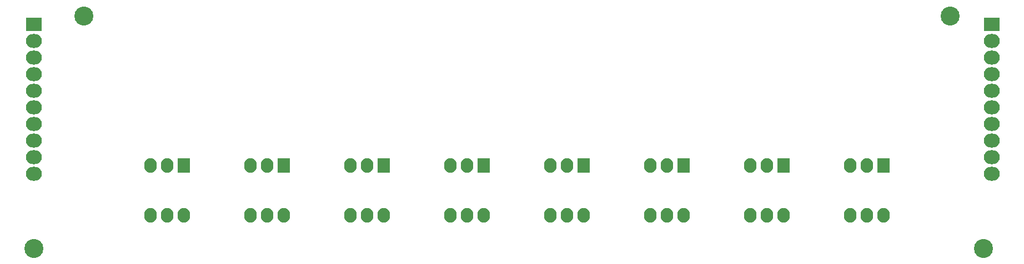
<source format=gbs>
G04 #@! TF.FileFunction,Soldermask,Bot*
%FSLAX46Y46*%
G04 Gerber Fmt 4.6, Leading zero omitted, Abs format (unit mm)*
G04 Created by KiCad (PCBNEW 4.0.0-stable) date 3/18/2016 10:57:14 AM*
%MOMM*%
G01*
G04 APERTURE LIST*
%ADD10C,0.100000*%
%ADD11C,2.900000*%
%ADD12R,1.924000X2.224000*%
%ADD13O,1.924000X2.224000*%
%ADD14R,2.432000X2.127200*%
%ADD15O,2.432000X2.127200*%
G04 APERTURE END LIST*
D10*
D11*
X66040000Y-104140000D03*
X210820000Y-104140000D03*
X205740000Y-68580000D03*
X73660000Y-68580000D03*
D12*
X88900000Y-91440000D03*
D13*
X88900000Y-99060000D03*
X86360000Y-91440000D03*
X86360000Y-99060000D03*
X83820000Y-91440000D03*
X83820000Y-99060000D03*
D12*
X104140000Y-91440000D03*
D13*
X104140000Y-99060000D03*
X101600000Y-91440000D03*
X101600000Y-99060000D03*
X99060000Y-91440000D03*
X99060000Y-99060000D03*
D12*
X134620000Y-91440000D03*
D13*
X134620000Y-99060000D03*
X132080000Y-91440000D03*
X132080000Y-99060000D03*
X129540000Y-91440000D03*
X129540000Y-99060000D03*
D12*
X119380000Y-91440000D03*
D13*
X119380000Y-99060000D03*
X116840000Y-91440000D03*
X116840000Y-99060000D03*
X114300000Y-91440000D03*
X114300000Y-99060000D03*
D12*
X149860000Y-91440000D03*
D13*
X149860000Y-99060000D03*
X147320000Y-91440000D03*
X147320000Y-99060000D03*
X144780000Y-91440000D03*
X144780000Y-99060000D03*
D12*
X165100000Y-91440000D03*
D13*
X165100000Y-99060000D03*
X162560000Y-91440000D03*
X162560000Y-99060000D03*
X160020000Y-91440000D03*
X160020000Y-99060000D03*
D12*
X195580000Y-91440000D03*
D13*
X195580000Y-99060000D03*
X193040000Y-91440000D03*
X193040000Y-99060000D03*
X190500000Y-91440000D03*
X190500000Y-99060000D03*
D12*
X180340000Y-91440000D03*
D13*
X180340000Y-99060000D03*
X177800000Y-91440000D03*
X177800000Y-99060000D03*
X175260000Y-91440000D03*
X175260000Y-99060000D03*
D14*
X212090000Y-69850000D03*
D15*
X212090000Y-72390000D03*
X212090000Y-74930000D03*
X212090000Y-77470000D03*
X212090000Y-80010000D03*
X212090000Y-82550000D03*
X212090000Y-85090000D03*
X212090000Y-87630000D03*
X212090000Y-90170000D03*
X212090000Y-92710000D03*
D14*
X66040000Y-69850000D03*
D15*
X66040000Y-72390000D03*
X66040000Y-74930000D03*
X66040000Y-77470000D03*
X66040000Y-80010000D03*
X66040000Y-82550000D03*
X66040000Y-85090000D03*
X66040000Y-87630000D03*
X66040000Y-90170000D03*
X66040000Y-92710000D03*
D14*
X66040000Y-69850000D03*
D15*
X66040000Y-72390000D03*
X66040000Y-74930000D03*
X66040000Y-77470000D03*
X66040000Y-80010000D03*
X66040000Y-82550000D03*
X66040000Y-85090000D03*
X66040000Y-87630000D03*
X66040000Y-90170000D03*
X66040000Y-92710000D03*
D14*
X212090000Y-69850000D03*
D15*
X212090000Y-72390000D03*
X212090000Y-74930000D03*
X212090000Y-77470000D03*
X212090000Y-80010000D03*
X212090000Y-82550000D03*
X212090000Y-85090000D03*
X212090000Y-87630000D03*
X212090000Y-90170000D03*
X212090000Y-92710000D03*
D12*
X180340000Y-91440000D03*
D13*
X180340000Y-99060000D03*
X177800000Y-91440000D03*
X177800000Y-99060000D03*
X175260000Y-91440000D03*
X175260000Y-99060000D03*
D12*
X195580000Y-91440000D03*
D13*
X195580000Y-99060000D03*
X193040000Y-91440000D03*
X193040000Y-99060000D03*
X190500000Y-91440000D03*
X190500000Y-99060000D03*
D12*
X165100000Y-91440000D03*
D13*
X165100000Y-99060000D03*
X162560000Y-91440000D03*
X162560000Y-99060000D03*
X160020000Y-91440000D03*
X160020000Y-99060000D03*
D12*
X149860000Y-91440000D03*
D13*
X149860000Y-99060000D03*
X147320000Y-91440000D03*
X147320000Y-99060000D03*
X144780000Y-91440000D03*
X144780000Y-99060000D03*
D12*
X119380000Y-91440000D03*
D13*
X119380000Y-99060000D03*
X116840000Y-91440000D03*
X116840000Y-99060000D03*
X114300000Y-91440000D03*
X114300000Y-99060000D03*
D12*
X134620000Y-91440000D03*
D13*
X134620000Y-99060000D03*
X132080000Y-91440000D03*
X132080000Y-99060000D03*
X129540000Y-91440000D03*
X129540000Y-99060000D03*
D12*
X104140000Y-91440000D03*
D13*
X104140000Y-99060000D03*
X101600000Y-91440000D03*
X101600000Y-99060000D03*
X99060000Y-91440000D03*
X99060000Y-99060000D03*
D12*
X88900000Y-91440000D03*
D13*
X88900000Y-99060000D03*
X86360000Y-91440000D03*
X86360000Y-99060000D03*
X83820000Y-91440000D03*
X83820000Y-99060000D03*
D11*
X73660000Y-68580000D03*
X205740000Y-68580000D03*
X210820000Y-104140000D03*
X66040000Y-104140000D03*
X66040000Y-104140000D03*
X210820000Y-104140000D03*
X205740000Y-68580000D03*
X73660000Y-68580000D03*
D12*
X88900000Y-91440000D03*
D13*
X88900000Y-99060000D03*
X86360000Y-91440000D03*
X86360000Y-99060000D03*
X83820000Y-91440000D03*
X83820000Y-99060000D03*
D12*
X104140000Y-91440000D03*
D13*
X104140000Y-99060000D03*
X101600000Y-91440000D03*
X101600000Y-99060000D03*
X99060000Y-91440000D03*
X99060000Y-99060000D03*
D12*
X134620000Y-91440000D03*
D13*
X134620000Y-99060000D03*
X132080000Y-91440000D03*
X132080000Y-99060000D03*
X129540000Y-91440000D03*
X129540000Y-99060000D03*
D12*
X119380000Y-91440000D03*
D13*
X119380000Y-99060000D03*
X116840000Y-91440000D03*
X116840000Y-99060000D03*
X114300000Y-91440000D03*
X114300000Y-99060000D03*
D12*
X149860000Y-91440000D03*
D13*
X149860000Y-99060000D03*
X147320000Y-91440000D03*
X147320000Y-99060000D03*
X144780000Y-91440000D03*
X144780000Y-99060000D03*
D12*
X165100000Y-91440000D03*
D13*
X165100000Y-99060000D03*
X162560000Y-91440000D03*
X162560000Y-99060000D03*
X160020000Y-91440000D03*
X160020000Y-99060000D03*
D12*
X195580000Y-91440000D03*
D13*
X195580000Y-99060000D03*
X193040000Y-91440000D03*
X193040000Y-99060000D03*
X190500000Y-91440000D03*
X190500000Y-99060000D03*
D12*
X180340000Y-91440000D03*
D13*
X180340000Y-99060000D03*
X177800000Y-91440000D03*
X177800000Y-99060000D03*
X175260000Y-91440000D03*
X175260000Y-99060000D03*
D14*
X212090000Y-69850000D03*
D15*
X212090000Y-72390000D03*
X212090000Y-74930000D03*
X212090000Y-77470000D03*
X212090000Y-80010000D03*
X212090000Y-82550000D03*
X212090000Y-85090000D03*
X212090000Y-87630000D03*
X212090000Y-90170000D03*
X212090000Y-92710000D03*
D14*
X66040000Y-69850000D03*
D15*
X66040000Y-72390000D03*
X66040000Y-74930000D03*
X66040000Y-77470000D03*
X66040000Y-80010000D03*
X66040000Y-82550000D03*
X66040000Y-85090000D03*
X66040000Y-87630000D03*
X66040000Y-90170000D03*
X66040000Y-92710000D03*
D14*
X66040000Y-69850000D03*
D15*
X66040000Y-72390000D03*
X66040000Y-74930000D03*
X66040000Y-77470000D03*
X66040000Y-80010000D03*
X66040000Y-82550000D03*
X66040000Y-85090000D03*
X66040000Y-87630000D03*
X66040000Y-90170000D03*
X66040000Y-92710000D03*
D14*
X212090000Y-69850000D03*
D15*
X212090000Y-72390000D03*
X212090000Y-74930000D03*
X212090000Y-77470000D03*
X212090000Y-80010000D03*
X212090000Y-82550000D03*
X212090000Y-85090000D03*
X212090000Y-87630000D03*
X212090000Y-90170000D03*
X212090000Y-92710000D03*
D12*
X180340000Y-91440000D03*
D13*
X180340000Y-99060000D03*
X177800000Y-91440000D03*
X177800000Y-99060000D03*
X175260000Y-91440000D03*
X175260000Y-99060000D03*
D12*
X195580000Y-91440000D03*
D13*
X195580000Y-99060000D03*
X193040000Y-91440000D03*
X193040000Y-99060000D03*
X190500000Y-91440000D03*
X190500000Y-99060000D03*
D12*
X165100000Y-91440000D03*
D13*
X165100000Y-99060000D03*
X162560000Y-91440000D03*
X162560000Y-99060000D03*
X160020000Y-91440000D03*
X160020000Y-99060000D03*
D12*
X149860000Y-91440000D03*
D13*
X149860000Y-99060000D03*
X147320000Y-91440000D03*
X147320000Y-99060000D03*
X144780000Y-91440000D03*
X144780000Y-99060000D03*
D12*
X119380000Y-91440000D03*
D13*
X119380000Y-99060000D03*
X116840000Y-91440000D03*
X116840000Y-99060000D03*
X114300000Y-91440000D03*
X114300000Y-99060000D03*
D12*
X134620000Y-91440000D03*
D13*
X134620000Y-99060000D03*
X132080000Y-91440000D03*
X132080000Y-99060000D03*
X129540000Y-91440000D03*
X129540000Y-99060000D03*
D12*
X104140000Y-91440000D03*
D13*
X104140000Y-99060000D03*
X101600000Y-91440000D03*
X101600000Y-99060000D03*
X99060000Y-91440000D03*
X99060000Y-99060000D03*
D12*
X88900000Y-91440000D03*
D13*
X88900000Y-99060000D03*
X86360000Y-91440000D03*
X86360000Y-99060000D03*
X83820000Y-91440000D03*
X83820000Y-99060000D03*
D11*
X73660000Y-68580000D03*
X205740000Y-68580000D03*
X210820000Y-104140000D03*
X66040000Y-104140000D03*
M02*

</source>
